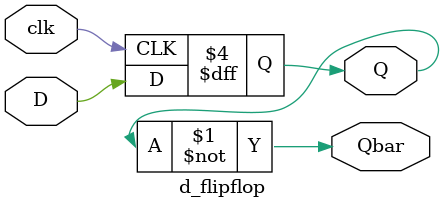
<source format=v>
module d_flipflop (
    input D,
    input clk,
    output reg Q,
    output Qbar
);

    assign Qbar = ~Q;

    initial Q = 0;

    always @(posedge clk) begin
        Q <= D;
    end

endmodule


</source>
